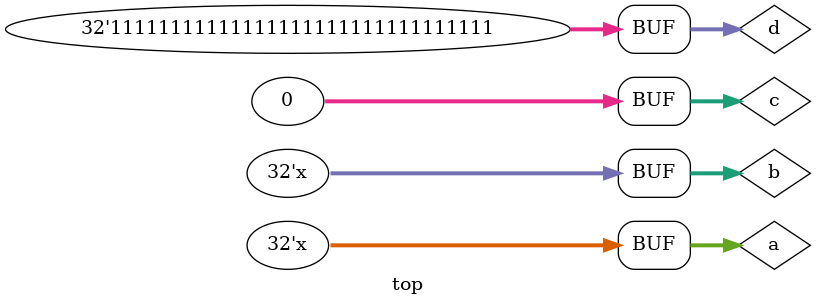
<source format=sv>
 module top;
   logic [31:0] a = 'Z;
   logic [31:0] b = 'X;
   logic [31:0] c = '0;
   logic [31:0] d = '1;
endmodule // top


</source>
